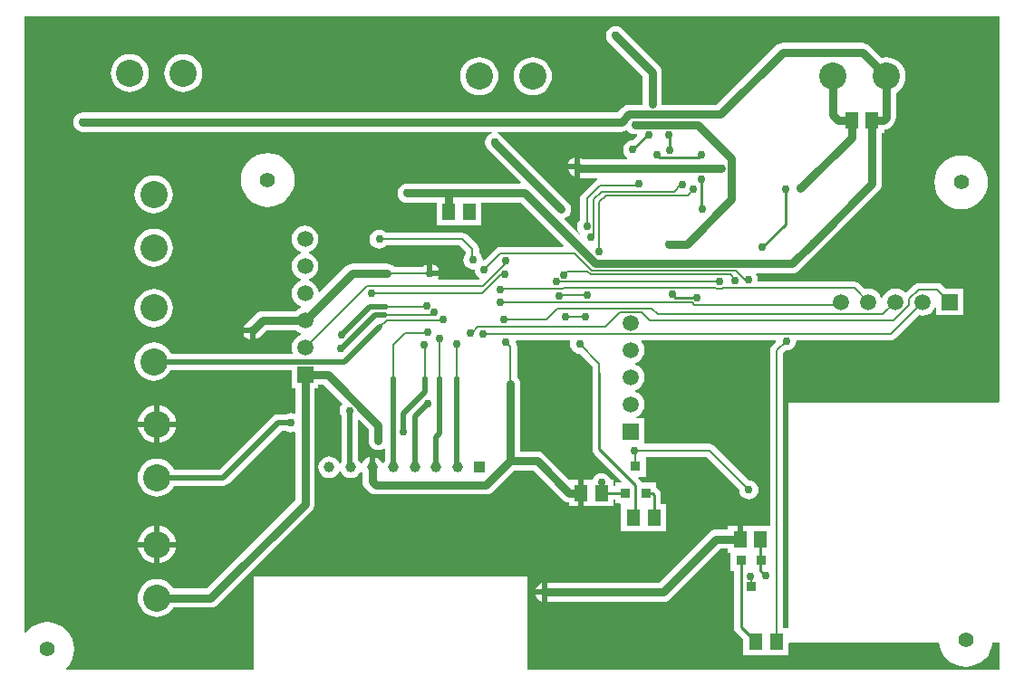
<source format=gbl>
%FSLAX25Y25*%
%MOIN*%
G70*
G01*
G75*
G04 Layer_Physical_Order=2*
G04 Layer_Color=16711680*
%ADD10R,0.05906X0.03937*%
%ADD11R,0.03937X0.05906*%
%ADD12R,0.01181X0.06890*%
%ADD13R,0.06890X0.01181*%
%ADD14R,0.03937X0.05906*%
%ADD15R,0.05906X0.05118*%
%ADD16R,0.05118X0.05906*%
%ADD17R,0.02362X0.05709*%
%ADD18C,0.00700*%
%ADD19C,0.03000*%
%ADD20C,0.02000*%
%ADD21C,0.01000*%
%ADD22C,0.05512*%
%ADD23C,0.10000*%
%ADD24R,0.03937X0.03937*%
%ADD25C,0.03937*%
%ADD26C,0.05906*%
%ADD27R,0.05906X0.05906*%
%ADD28R,0.05906X0.05906*%
%ADD29C,0.03000*%
%ADD30R,0.03543X0.03740*%
%ADD31R,0.03543X0.03740*%
G36*
X224316Y201106D02*
X224517Y200844D01*
X224602Y200733D01*
X225333Y200172D01*
X226184Y199820D01*
X227098Y199699D01*
X227768Y199788D01*
X228001Y199314D01*
X226247Y197560D01*
X225419Y197451D01*
X224568Y197098D01*
X223837Y196537D01*
X223276Y195806D01*
X222923Y194955D01*
X222803Y194041D01*
X222923Y193128D01*
X223276Y192276D01*
X223837Y191545D01*
X224304Y191187D01*
X224134Y190687D01*
X208069D01*
X207667Y190995D01*
X206902Y191312D01*
Y187938D01*
Y183626D01*
X213095D01*
X213153Y183465D01*
X213178Y183126D01*
X212945Y182970D01*
X212478Y182659D01*
X212478Y182659D01*
X207757Y177937D01*
X207237Y177160D01*
X207055Y176243D01*
X207055Y176243D01*
Y168335D01*
X206955Y168258D01*
X206394Y167527D01*
X206041Y166675D01*
X205921Y165762D01*
X206041Y164848D01*
X206394Y163997D01*
X206955Y163265D01*
X207302Y162999D01*
X207285Y162900D01*
X206750Y162728D01*
X201202Y168277D01*
X201319Y168866D01*
X201788Y169061D01*
X202519Y169622D01*
X203081Y170353D01*
X203433Y171204D01*
X203554Y172118D01*
X203433Y173032D01*
X203081Y173883D01*
X202519Y174614D01*
X178625Y198509D01*
X178597Y198576D01*
X178036Y199308D01*
X177305Y199869D01*
X176453Y200221D01*
X176571Y200687D01*
X222139D01*
X223052Y200807D01*
X223904Y201160D01*
X224316Y201106D01*
D02*
G37*
G36*
X361400Y101377D02*
X361046Y101024D01*
X283527Y101024D01*
Y17719D01*
X281672D01*
Y119048D01*
X282700Y120076D01*
X282946Y120044D01*
X283860Y120164D01*
X284712Y120517D01*
X285443Y121078D01*
X286004Y121809D01*
X286356Y122660D01*
X286477Y123574D01*
X286591Y123704D01*
X321100D01*
X321100Y123704D01*
X322017Y123886D01*
X322794Y124406D01*
X331605Y133217D01*
X331707Y133175D01*
X333000Y133005D01*
X334293Y133175D01*
X335498Y133674D01*
X336532Y134468D01*
X337326Y135502D01*
X337547Y136036D01*
X338047Y135936D01*
Y133047D01*
X347953D01*
Y142953D01*
X341436D01*
X340094Y144294D01*
X339317Y144814D01*
X338400Y144996D01*
X338400Y144996D01*
X331500D01*
X331500Y144996D01*
X330583Y144814D01*
X329806Y144294D01*
X329806Y144294D01*
X327012Y141501D01*
X326532Y141532D01*
X325498Y142326D01*
X324293Y142825D01*
X323000Y142996D01*
X321707Y142825D01*
X320502Y142326D01*
X319468Y141532D01*
X318674Y140498D01*
X318271Y139524D01*
X317729D01*
X317326Y140498D01*
X316532Y141532D01*
X315498Y142326D01*
X314293Y142825D01*
X313000Y142996D01*
X311707Y142825D01*
X311605Y142783D01*
X309652Y144737D01*
X308874Y145256D01*
X307957Y145439D01*
X307957Y145439D01*
X272597D01*
X272268Y145815D01*
X272310Y146138D01*
X272190Y147052D01*
X271837Y147903D01*
X271710Y148068D01*
X271932Y148517D01*
X284898D01*
X285812Y148637D01*
X286663Y148990D01*
X287394Y149551D01*
X294923Y157080D01*
X316865Y179021D01*
X317426Y179752D01*
X317779Y180604D01*
X317899Y181518D01*
Y200046D01*
X318928D01*
Y201502D01*
X319589Y201589D01*
X320441Y201942D01*
X321172Y202503D01*
X322094Y203425D01*
X322655Y204156D01*
X323008Y205008D01*
X323128Y205921D01*
X323128Y205921D01*
Y215019D01*
X323506Y215221D01*
X324572Y216096D01*
X325447Y217162D01*
X326097Y218378D01*
X326497Y219697D01*
X326632Y221069D01*
X326497Y222442D01*
X326097Y223761D01*
X325447Y224977D01*
X324572Y226043D01*
X323506Y226918D01*
X322290Y227568D01*
X320970Y227968D01*
X319598Y228103D01*
X318226Y227968D01*
X317816Y227844D01*
X313280Y232380D01*
X312549Y232941D01*
X311697Y233294D01*
X310784Y233414D01*
X281491D01*
X280577Y233294D01*
X279726Y232941D01*
X278994Y232380D01*
X257185Y210570D01*
X237184D01*
X237035Y210740D01*
Y222589D01*
X236915Y223503D01*
X236562Y224354D01*
X236001Y225085D01*
X222514Y238573D01*
X221782Y239134D01*
X220931Y239486D01*
X220017Y239607D01*
X219104Y239486D01*
X218252Y239134D01*
X217521Y238573D01*
X216960Y237842D01*
X216607Y236990D01*
X216487Y236076D01*
X216607Y235163D01*
X216960Y234311D01*
X217521Y233580D01*
X229975Y221127D01*
Y210740D01*
X229826Y210570D01*
X224961D01*
X224048Y210450D01*
X223196Y210097D01*
X222465Y209536D01*
X220676Y207747D01*
X23946D01*
X23033Y207627D01*
X22182Y207275D01*
X21450Y206714D01*
X20889Y205982D01*
X20537Y205131D01*
X20416Y204217D01*
X20537Y203304D01*
X20889Y202452D01*
X21450Y201721D01*
X22182Y201160D01*
X23033Y200807D01*
X23946Y200687D01*
X135160D01*
X135990Y200578D01*
X136821Y200687D01*
X174509D01*
X174626Y200221D01*
X173775Y199869D01*
X173044Y199308D01*
X172483Y198576D01*
X172130Y197725D01*
X172010Y196811D01*
Y196602D01*
X172130Y195688D01*
X172483Y194836D01*
X173044Y194105D01*
X185080Y182069D01*
X184889Y181607D01*
X143348D01*
X142434Y181487D01*
X141583Y181134D01*
X140851Y180573D01*
X140290Y179842D01*
X139938Y178990D01*
X139817Y178077D01*
X139938Y177163D01*
X140290Y176312D01*
X140851Y175581D01*
X141583Y175020D01*
X142434Y174667D01*
X143348Y174547D01*
X154109D01*
Y166321D01*
X170707D01*
Y174547D01*
X184947D01*
X200770Y158723D01*
X200579Y158261D01*
X177695D01*
X177695Y158261D01*
X176778Y158079D01*
X176000Y157559D01*
X171810Y153369D01*
X171685Y153385D01*
X171240Y153327D01*
X171118Y153449D01*
X170998Y154362D01*
X170645Y155214D01*
X170084Y155945D01*
X169784Y156175D01*
Y157424D01*
X169784Y157424D01*
X169602Y158341D01*
X169083Y159118D01*
X169083Y159118D01*
X165392Y162809D01*
X164615Y163328D01*
X163698Y163511D01*
X163698Y163511D01*
X135689D01*
X135612Y163611D01*
X134881Y164172D01*
X134030Y164524D01*
X133116Y164645D01*
X132203Y164524D01*
X131351Y164172D01*
X130620Y163611D01*
X130059Y162880D01*
X129706Y162028D01*
X129586Y161115D01*
X129706Y160201D01*
X130059Y159349D01*
X130620Y158618D01*
X131351Y158057D01*
X132203Y157704D01*
X133116Y157584D01*
X134030Y157704D01*
X134881Y158057D01*
X135612Y158618D01*
X135689Y158718D01*
X162705D01*
X164992Y156431D01*
Y155815D01*
X164531Y155214D01*
X164178Y154362D01*
X164058Y153449D01*
X164178Y152535D01*
X164531Y151683D01*
X165092Y150952D01*
X165823Y150391D01*
X166674Y150039D01*
X167588Y149918D01*
X168033Y149977D01*
X168155Y149855D01*
X168275Y148941D01*
X168628Y148090D01*
X169189Y147359D01*
X169920Y146798D01*
X169998Y146765D01*
X169898Y146265D01*
X154889D01*
X154668Y146714D01*
X154748Y146818D01*
X155065Y147583D01*
X151691D01*
Y148583D01*
X150691D01*
Y151957D01*
X149926Y151640D01*
X149195Y151079D01*
X149118Y150979D01*
X138589D01*
X138512Y151079D01*
X137781Y151640D01*
X136929Y151993D01*
X136016Y152113D01*
X123212D01*
X122299Y151993D01*
X121447Y151640D01*
X120716Y151079D01*
X111186Y141550D01*
X110658Y141729D01*
X110569Y142407D01*
X110070Y143612D01*
X109276Y144647D01*
X108241Y145441D01*
X107268Y145844D01*
Y146385D01*
X108241Y146788D01*
X109276Y147582D01*
X110070Y148617D01*
X110569Y149821D01*
X110739Y151114D01*
X110569Y152407D01*
X110070Y153612D01*
X109276Y154647D01*
X108241Y155441D01*
X107268Y155844D01*
Y156385D01*
X108241Y156788D01*
X109276Y157582D01*
X110070Y158617D01*
X110569Y159821D01*
X110739Y161115D01*
X110569Y162407D01*
X110070Y163612D01*
X109276Y164647D01*
X108241Y165441D01*
X107037Y165940D01*
X105744Y166110D01*
X104451Y165940D01*
X103246Y165441D01*
X102211Y164647D01*
X101417Y163612D01*
X100918Y162407D01*
X100748Y161115D01*
X100918Y159821D01*
X101417Y158617D01*
X102211Y157582D01*
X103246Y156788D01*
X104219Y156385D01*
Y155844D01*
X103246Y155441D01*
X102211Y154647D01*
X101417Y153612D01*
X100918Y152407D01*
X100748Y151114D01*
X100918Y149821D01*
X101417Y148617D01*
X102211Y147582D01*
X103246Y146788D01*
X104219Y146385D01*
Y145844D01*
X103246Y145441D01*
X102211Y144647D01*
X101417Y143612D01*
X100918Y142407D01*
X100748Y141114D01*
X100918Y139822D01*
X101417Y138617D01*
X102211Y137582D01*
X103246Y136788D01*
X104219Y136385D01*
Y135844D01*
X103246Y135441D01*
X102214Y134649D01*
X90130D01*
X89216Y134528D01*
X88365Y134176D01*
X87634Y133615D01*
X83967Y129948D01*
X83406Y129217D01*
X83089Y128452D01*
X86464D01*
Y127452D01*
X87464D01*
Y124078D01*
X88229Y124395D01*
X88960Y124956D01*
X91592Y127588D01*
X102207D01*
X102211Y127582D01*
X103246Y126788D01*
X104219Y126385D01*
Y125844D01*
X103246Y125441D01*
X102211Y124647D01*
X101417Y123612D01*
X100918Y122407D01*
X100748Y121115D01*
X100918Y119822D01*
X101172Y119209D01*
X100894Y118793D01*
X56557D01*
X55953Y119924D01*
X55078Y120990D01*
X54012Y121865D01*
X52796Y122515D01*
X51477Y122915D01*
X50104Y123050D01*
X48732Y122915D01*
X47412Y122515D01*
X46196Y121865D01*
X45131Y120990D01*
X44256Y119924D01*
X43606Y118708D01*
X43205Y117389D01*
X43070Y116017D01*
X43205Y114644D01*
X43606Y113325D01*
X44256Y112109D01*
X45131Y111043D01*
X46196Y110168D01*
X47412Y109518D01*
X48732Y109118D01*
X50104Y108983D01*
X51477Y109118D01*
X52796Y109518D01*
X54012Y110168D01*
X55078Y111043D01*
X55953Y112109D01*
X56291Y112741D01*
X100791D01*
Y106162D01*
X102214D01*
Y97039D01*
X101798Y96761D01*
X101407Y96923D01*
X100494Y97043D01*
X99580Y96923D01*
X98729Y96570D01*
X98688Y96539D01*
X95879D01*
X95879Y96539D01*
X95404Y96476D01*
X95096Y96435D01*
X94971Y96384D01*
X94366Y96133D01*
X93822Y95716D01*
X93739Y95652D01*
Y95652D01*
X93739D01*
X74441Y76354D01*
X57624D01*
X57153Y77236D01*
X56278Y78302D01*
X55212Y79176D01*
X53996Y79826D01*
X52676Y80227D01*
X51304Y80362D01*
X49932Y80227D01*
X48612Y79826D01*
X47396Y79176D01*
X46330Y78302D01*
X45456Y77236D01*
X44806Y76020D01*
X44405Y74700D01*
X44270Y73328D01*
X44405Y71956D01*
X44806Y70636D01*
X45456Y69420D01*
X46330Y68354D01*
X47396Y67479D01*
X48612Y66829D01*
X49932Y66429D01*
X51304Y66294D01*
X52676Y66429D01*
X53996Y66829D01*
X55212Y67479D01*
X56278Y68354D01*
X57153Y69420D01*
X57624Y70302D01*
X75694D01*
X75813Y70318D01*
X76477Y70405D01*
X77207Y70707D01*
X77207Y70707D01*
X77644Y71042D01*
X77834Y71188D01*
Y71188D01*
X77834D01*
X97132Y90487D01*
X98688D01*
X98729Y90455D01*
X99580Y90103D01*
X100494Y89982D01*
X101407Y90103D01*
X101798Y90264D01*
X102214Y89987D01*
Y65146D01*
X69555Y32488D01*
X57354D01*
X57153Y32865D01*
X56278Y33931D01*
X55212Y34806D01*
X53996Y35456D01*
X52676Y35856D01*
X51304Y35991D01*
X49932Y35856D01*
X48612Y35456D01*
X47396Y34806D01*
X46330Y33931D01*
X45456Y32865D01*
X44806Y31649D01*
X44405Y30330D01*
X44270Y28958D01*
X44405Y27585D01*
X44806Y26266D01*
X45456Y25050D01*
X46330Y23984D01*
X47396Y23109D01*
X48612Y22459D01*
X49932Y22059D01*
X51304Y21924D01*
X52676Y22059D01*
X53996Y22459D01*
X55212Y23109D01*
X56278Y23984D01*
X57153Y25050D01*
X57354Y25427D01*
X71017D01*
X71931Y25548D01*
X72783Y25900D01*
X73514Y26461D01*
X108240Y61187D01*
X108801Y61919D01*
X109154Y62770D01*
X109274Y63684D01*
Y106162D01*
X110696D01*
Y107584D01*
X112736D01*
X119637Y100683D01*
X119622Y100458D01*
X119061Y99727D01*
X118709Y98875D01*
X118588Y97962D01*
X118709Y97048D01*
X119061Y96197D01*
X119093Y96156D01*
Y79059D01*
X118894Y78579D01*
X118352D01*
X118152Y79062D01*
X117516Y79891D01*
X116687Y80527D01*
X115722Y80927D01*
X114686Y81063D01*
X113650Y80927D01*
X112685Y80527D01*
X111856Y79891D01*
X111220Y79062D01*
X110820Y78096D01*
X110683Y77061D01*
X110820Y76025D01*
X111220Y75059D01*
X111856Y74230D01*
X112685Y73594D01*
X113650Y73194D01*
X114686Y73058D01*
X115722Y73194D01*
X116687Y73594D01*
X117516Y74230D01*
X118152Y75059D01*
X118352Y75542D01*
X118894D01*
X119094Y75059D01*
X119730Y74230D01*
X120559Y73594D01*
X121524Y73194D01*
X122560Y73058D01*
X123596Y73194D01*
X124562Y73594D01*
X125391Y74230D01*
X126027Y75059D01*
X126129Y75306D01*
X126689Y75361D01*
X126904Y75098D01*
Y71914D01*
X127024Y71001D01*
X127377Y70149D01*
X127938Y69418D01*
X129250Y68106D01*
X129981Y67545D01*
X130833Y67192D01*
X131746Y67072D01*
X172393D01*
X173306Y67192D01*
X174158Y67545D01*
X174889Y68106D01*
X182632Y75849D01*
X189770D01*
X200452Y65166D01*
X201183Y64605D01*
X202035Y64253D01*
X202773Y64155D01*
Y62710D01*
X206332D01*
Y67663D01*
Y72615D01*
X202988D01*
X193728Y81875D01*
X192997Y82436D01*
X192146Y82789D01*
X191232Y82909D01*
X184935D01*
Y107741D01*
X184815Y108654D01*
X184462Y109506D01*
X183901Y110237D01*
X183801Y110314D01*
Y121612D01*
X183618Y122529D01*
X183410Y122840D01*
X183214Y123134D01*
X183237Y123310D01*
X183235Y123328D01*
X183564Y123704D01*
X203079D01*
X203388Y123204D01*
X203287Y122435D01*
X203407Y121521D01*
X203760Y120670D01*
X204321Y119939D01*
X205052Y119378D01*
X205904Y119025D01*
X206817Y118905D01*
X206943Y118921D01*
X211604Y114260D01*
Y112682D01*
X211451Y111913D01*
Y83797D01*
X211645Y82821D01*
X212197Y81994D01*
X222233Y71959D01*
X222042Y71497D01*
X219877D01*
Y70176D01*
X219372D01*
Y72615D01*
X218126D01*
X217870Y73233D01*
X217309Y73965D01*
X216578Y74525D01*
X215726Y74878D01*
X214813Y74998D01*
X213899Y74878D01*
X213048Y74525D01*
X212317Y73965D01*
X211756Y73233D01*
X211500Y72615D01*
X208332D01*
Y67663D01*
Y62710D01*
X219372D01*
Y65078D01*
X219877D01*
Y63757D01*
X221692D01*
X222043Y63402D01*
Y53497D01*
X238641D01*
Y63402D01*
X236631D01*
Y66972D01*
X236437Y67947D01*
X235884Y68774D01*
X235229Y69429D01*
X234900Y69649D01*
Y71497D01*
X229630D01*
X229079Y72323D01*
X228264Y73137D01*
X228455Y73599D01*
X231160D01*
Y80941D01*
X253469D01*
X265501Y68909D01*
X265485Y68784D01*
X265605Y67870D01*
X265958Y67019D01*
X266519Y66288D01*
X267250Y65727D01*
X268101Y65374D01*
X269015Y65254D01*
X269929Y65374D01*
X270780Y65727D01*
X271511Y66288D01*
X272072Y67019D01*
X272425Y67870D01*
X272545Y68784D01*
X272425Y69698D01*
X272072Y70549D01*
X271511Y71280D01*
X270780Y71841D01*
X269929Y72194D01*
X269015Y72314D01*
X268890Y72298D01*
X256156Y85031D01*
X255379Y85551D01*
X254462Y85733D01*
X254462Y85733D01*
X230551D01*
Y95154D01*
X227662D01*
X227563Y95654D01*
X228096Y95875D01*
X229131Y96668D01*
X229925Y97703D01*
X230424Y98908D01*
X230594Y100201D01*
X230424Y101494D01*
X229925Y102699D01*
X229131Y103733D01*
X228096Y104527D01*
X227123Y104930D01*
Y105472D01*
X228096Y105875D01*
X229131Y106668D01*
X229925Y107703D01*
X230424Y108908D01*
X230594Y110201D01*
X230424Y111494D01*
X229925Y112699D01*
X229131Y113733D01*
X228096Y114527D01*
X227123Y114930D01*
Y115471D01*
X228096Y115875D01*
X229131Y116668D01*
X229925Y117703D01*
X230424Y118908D01*
X230594Y120201D01*
X230424Y121494D01*
X229925Y122699D01*
X229497Y123256D01*
X229718Y123704D01*
X278844D01*
X279051Y123204D01*
X277582Y121734D01*
X277062Y120957D01*
X276880Y120040D01*
X276880Y120040D01*
Y55593D01*
X266909D01*
Y50640D01*
X264909D01*
Y55593D01*
X261350D01*
Y54170D01*
X257042D01*
X256128Y54050D01*
X255276Y53697D01*
X254545Y53136D01*
X235979Y34570D01*
X194955D01*
Y31040D01*
Y27509D01*
X237441D01*
X238355Y27630D01*
X239206Y27983D01*
X239937Y28543D01*
X258504Y47110D01*
X261350D01*
Y45687D01*
X262305D01*
Y39011D01*
X263528D01*
Y18307D01*
X263722Y17332D01*
X264275Y16505D01*
X267059Y13721D01*
Y7813D01*
X283657D01*
Y12238D01*
X284011Y12591D01*
X339010Y12591D01*
X339107Y11605D01*
X339672Y9743D01*
X340589Y8028D01*
X341823Y6524D01*
X343326Y5291D01*
X345042Y4374D01*
X346903Y3809D01*
X348838Y3618D01*
X350774Y3809D01*
X352635Y4374D01*
X354351Y5291D01*
X355854Y6524D01*
X357088Y8028D01*
X358005Y9743D01*
X358570Y11605D01*
X358667Y12591D01*
X361400D01*
Y2549D01*
X187682D01*
Y36916D01*
X86789D01*
Y2549D01*
X17948D01*
X17780Y3020D01*
X17933Y3145D01*
X19166Y4649D01*
X20083Y6364D01*
X20648Y8225D01*
X20839Y10161D01*
X20648Y12097D01*
X20083Y13958D01*
X19166Y15673D01*
X17933Y17177D01*
X16429Y18411D01*
X14714Y19328D01*
X12852Y19892D01*
X10917Y20083D01*
X8981Y19892D01*
X7120Y19328D01*
X5404Y18411D01*
X3901Y17177D01*
X3049Y16139D01*
X2549Y16318D01*
Y243235D01*
X361400D01*
Y101377D01*
D02*
G37*
G36*
X129156Y91164D02*
Y86915D01*
X129276Y86002D01*
X129629Y85150D01*
X130190Y84419D01*
X130921Y83858D01*
X131772Y83505D01*
X132686Y83385D01*
X133600Y83505D01*
X134451Y83858D01*
X134782Y84112D01*
X135282Y83866D01*
Y79636D01*
X134842Y79062D01*
X134642Y78579D01*
X134101D01*
X133901Y79062D01*
X133265Y79891D01*
X132436Y80527D01*
X131470Y80927D01*
X131434Y80932D01*
Y77061D01*
X129434D01*
Y80932D01*
X129398Y80927D01*
X128433Y80527D01*
X127604Y79891D01*
X126968Y79062D01*
X126768Y78579D01*
X126227D01*
X126027Y79062D01*
X125391Y79891D01*
X125144Y80080D01*
Y94523D01*
X125606Y94714D01*
X129156Y91164D01*
D02*
G37*
%LPC*%
G36*
X50304Y92013D02*
X44369D01*
X44405Y91641D01*
X44806Y90321D01*
X45456Y89105D01*
X46330Y88039D01*
X47396Y87164D01*
X48612Y86514D01*
X49932Y86114D01*
X50304Y86077D01*
Y92013D01*
D02*
G37*
G36*
X61011Y229303D02*
X59639Y229168D01*
X58319Y228768D01*
X57103Y228118D01*
X56037Y227243D01*
X55162Y226177D01*
X54512Y224961D01*
X54112Y223642D01*
X53977Y222269D01*
X54112Y220897D01*
X54512Y219578D01*
X55162Y218362D01*
X56037Y217296D01*
X57103Y216421D01*
X58319Y215771D01*
X59639Y215371D01*
X61011Y215235D01*
X62383Y215371D01*
X63702Y215771D01*
X64919Y216421D01*
X65984Y217296D01*
X66859Y218362D01*
X67509Y219578D01*
X67909Y220897D01*
X68045Y222269D01*
X67909Y223642D01*
X67509Y224961D01*
X66859Y226177D01*
X65984Y227243D01*
X64919Y228118D01*
X63702Y228768D01*
X62383Y229168D01*
X61011Y229303D01*
D02*
G37*
G36*
X58240Y92013D02*
X52304D01*
Y86077D01*
X52676Y86114D01*
X53996Y86514D01*
X55212Y87164D01*
X56278Y88039D01*
X57153Y89105D01*
X57803Y90321D01*
X58203Y91641D01*
X58240Y92013D01*
D02*
G37*
G36*
X52304Y99948D02*
Y94013D01*
X58240D01*
X58203Y94385D01*
X57803Y95705D01*
X57153Y96921D01*
X56278Y97987D01*
X55212Y98861D01*
X53996Y99511D01*
X52676Y99912D01*
X52304Y99948D01*
D02*
G37*
G36*
X50304D02*
X49932Y99912D01*
X48612Y99511D01*
X47396Y98861D01*
X46330Y97987D01*
X45456Y96921D01*
X44806Y95705D01*
X44405Y94385D01*
X44369Y94013D01*
X50304D01*
Y99948D01*
D02*
G37*
G36*
X52304Y55578D02*
Y49643D01*
X58240D01*
X58203Y50015D01*
X57803Y51334D01*
X57153Y52550D01*
X56278Y53616D01*
X55212Y54491D01*
X53996Y55141D01*
X52676Y55541D01*
X52304Y55578D01*
D02*
G37*
G36*
X192955Y34414D02*
X192190Y34097D01*
X191459Y33536D01*
X190898Y32805D01*
X190581Y32040D01*
X192955D01*
Y34414D01*
D02*
G37*
G36*
Y30040D02*
X190581D01*
X190898Y29275D01*
X191459Y28543D01*
X192190Y27983D01*
X192955Y27665D01*
Y30040D01*
D02*
G37*
G36*
X50304Y47642D02*
X44369D01*
X44405Y47270D01*
X44806Y45951D01*
X45456Y44735D01*
X46330Y43669D01*
X47396Y42794D01*
X48612Y42144D01*
X49932Y41744D01*
X50304Y41707D01*
Y47642D01*
D02*
G37*
G36*
Y55578D02*
X49932Y55541D01*
X48612Y55141D01*
X47396Y54491D01*
X46330Y53616D01*
X45456Y52550D01*
X44806Y51334D01*
X44405Y50015D01*
X44369Y49643D01*
X50304D01*
Y55578D01*
D02*
G37*
G36*
X58240Y47642D02*
X52304D01*
Y41707D01*
X52676Y41744D01*
X53996Y42144D01*
X55212Y42794D01*
X56278Y43669D01*
X57153Y44735D01*
X57803Y45951D01*
X58203Y47270D01*
X58240Y47642D01*
D02*
G37*
G36*
X85464Y126452D02*
X83089D01*
X83406Y125687D01*
X83967Y124956D01*
X84698Y124395D01*
X85464Y124078D01*
Y126452D01*
D02*
G37*
G36*
X204902Y186938D02*
X202528D01*
X202845Y186172D01*
X203406Y185441D01*
X204187Y184660D01*
X204902Y184111D01*
Y186938D01*
D02*
G37*
G36*
X92018Y192845D02*
X90082Y192655D01*
X88221Y192090D01*
X86506Y191173D01*
X85002Y189939D01*
X83768Y188436D01*
X82851Y186720D01*
X82287Y184859D01*
X82096Y182923D01*
X82287Y180988D01*
X82851Y179127D01*
X83768Y177411D01*
X85002Y175908D01*
X86506Y174674D01*
X88221Y173757D01*
X90082Y173192D01*
X92018Y173002D01*
X93954Y173192D01*
X95815Y173757D01*
X97530Y174674D01*
X99034Y175908D01*
X100268Y177411D01*
X101184Y179127D01*
X101749Y180988D01*
X101940Y182923D01*
X101749Y184859D01*
X101184Y186720D01*
X100268Y188436D01*
X99034Y189939D01*
X97530Y191173D01*
X95815Y192090D01*
X93954Y192655D01*
X92018Y192845D01*
D02*
G37*
G36*
X204902Y191312D02*
X204137Y190995D01*
X203406Y190434D01*
X202845Y189703D01*
X202528Y188938D01*
X204902D01*
Y191312D01*
D02*
G37*
G36*
X169846Y228103D02*
X168474Y227968D01*
X167154Y227568D01*
X165938Y226918D01*
X164872Y226043D01*
X163997Y224977D01*
X163347Y223761D01*
X162947Y222442D01*
X162812Y221069D01*
X162947Y219697D01*
X163347Y218378D01*
X163997Y217162D01*
X164872Y216096D01*
X165938Y215221D01*
X167154Y214571D01*
X168474Y214171D01*
X169846Y214036D01*
X171218Y214171D01*
X172538Y214571D01*
X173754Y215221D01*
X174820Y216096D01*
X175694Y217162D01*
X176344Y218378D01*
X176745Y219697D01*
X176880Y221069D01*
X176745Y222442D01*
X176344Y223761D01*
X175694Y224977D01*
X174820Y226043D01*
X173754Y226918D01*
X172538Y227568D01*
X171218Y227968D01*
X169846Y228103D01*
D02*
G37*
G36*
X189531D02*
X188159Y227968D01*
X186839Y227568D01*
X185623Y226918D01*
X184557Y226043D01*
X183683Y224977D01*
X183033Y223761D01*
X182632Y222442D01*
X182497Y221069D01*
X182632Y219697D01*
X183033Y218378D01*
X183683Y217162D01*
X184557Y216096D01*
X185623Y215221D01*
X186839Y214571D01*
X188159Y214171D01*
X189531Y214036D01*
X190903Y214171D01*
X192223Y214571D01*
X193439Y215221D01*
X194505Y216096D01*
X195379Y217162D01*
X196029Y218378D01*
X196430Y219697D01*
X196565Y221069D01*
X196430Y222442D01*
X196029Y223761D01*
X195379Y224977D01*
X194505Y226043D01*
X193439Y226918D01*
X192223Y227568D01*
X190903Y227968D01*
X189531Y228103D01*
D02*
G37*
G36*
X347149Y192000D02*
X345213Y191810D01*
X343352Y191245D01*
X341637Y190328D01*
X340133Y189094D01*
X338899Y187591D01*
X337982Y185876D01*
X337418Y184014D01*
X337227Y182079D01*
X337418Y180143D01*
X337982Y178282D01*
X338899Y176567D01*
X340133Y175063D01*
X341637Y173829D01*
X343352Y172912D01*
X345213Y172348D01*
X347149Y172157D01*
X349084Y172348D01*
X350946Y172912D01*
X352661Y173829D01*
X354165Y175063D01*
X355399Y176567D01*
X356315Y178282D01*
X356880Y180143D01*
X357071Y182079D01*
X356880Y184014D01*
X356315Y185876D01*
X355399Y187591D01*
X354165Y189094D01*
X352661Y190328D01*
X350946Y191245D01*
X349084Y191810D01*
X347149Y192000D01*
D02*
G37*
G36*
X41326Y229303D02*
X39953Y229168D01*
X38634Y228768D01*
X37418Y228118D01*
X36352Y227243D01*
X35477Y226177D01*
X34827Y224961D01*
X34427Y223642D01*
X34292Y222269D01*
X34427Y220897D01*
X34827Y219578D01*
X35477Y218362D01*
X36352Y217296D01*
X37418Y216421D01*
X38634Y215771D01*
X39953Y215371D01*
X41326Y215235D01*
X42698Y215371D01*
X44017Y215771D01*
X45234Y216421D01*
X46299Y217296D01*
X47174Y218362D01*
X47824Y219578D01*
X48224Y220897D01*
X48360Y222269D01*
X48224Y223642D01*
X47824Y224961D01*
X47174Y226177D01*
X46299Y227243D01*
X45234Y228118D01*
X44017Y228768D01*
X42698Y229168D01*
X41326Y229303D01*
D02*
G37*
G36*
X50104Y142736D02*
X48732Y142600D01*
X47412Y142200D01*
X46196Y141550D01*
X45131Y140675D01*
X44256Y139610D01*
X43606Y138393D01*
X43205Y137074D01*
X43070Y135702D01*
X43205Y134329D01*
X43606Y133010D01*
X44256Y131794D01*
X45131Y130728D01*
X46196Y129853D01*
X47412Y129203D01*
X48732Y128803D01*
X50104Y128668D01*
X51477Y128803D01*
X52796Y129203D01*
X54012Y129853D01*
X55078Y130728D01*
X55953Y131794D01*
X56603Y133010D01*
X57003Y134329D01*
X57138Y135702D01*
X57003Y137074D01*
X56603Y138393D01*
X55953Y139610D01*
X55078Y140675D01*
X54012Y141550D01*
X52796Y142200D01*
X51477Y142600D01*
X50104Y142736D01*
D02*
G37*
G36*
X152691Y151957D02*
Y149583D01*
X155065D01*
X154748Y150348D01*
X154187Y151079D01*
X153456Y151640D01*
X152691Y151957D01*
D02*
G37*
G36*
X50104Y184669D02*
X48732Y184533D01*
X47412Y184133D01*
X46196Y183483D01*
X45131Y182608D01*
X44256Y181543D01*
X43606Y180326D01*
X43205Y179007D01*
X43070Y177635D01*
X43205Y176262D01*
X43606Y174943D01*
X44256Y173727D01*
X45131Y172661D01*
X46196Y171786D01*
X47412Y171136D01*
X48732Y170736D01*
X50104Y170601D01*
X51477Y170736D01*
X52796Y171136D01*
X54012Y171786D01*
X55078Y172661D01*
X55953Y173727D01*
X56603Y174943D01*
X57003Y176262D01*
X57138Y177635D01*
X57003Y179007D01*
X56603Y180326D01*
X55953Y181543D01*
X55078Y182608D01*
X54012Y183483D01*
X52796Y184133D01*
X51477Y184533D01*
X50104Y184669D01*
D02*
G37*
G36*
Y164983D02*
X48732Y164848D01*
X47412Y164448D01*
X46196Y163798D01*
X45131Y162923D01*
X44256Y161857D01*
X43606Y160641D01*
X43205Y159322D01*
X43070Y157949D01*
X43205Y156577D01*
X43606Y155258D01*
X44256Y154042D01*
X45131Y152976D01*
X46196Y152101D01*
X47412Y151451D01*
X48732Y151051D01*
X50104Y150916D01*
X51477Y151051D01*
X52796Y151451D01*
X54012Y152101D01*
X55078Y152976D01*
X55953Y154042D01*
X56603Y155258D01*
X57003Y156577D01*
X57138Y157949D01*
X57003Y159322D01*
X56603Y160641D01*
X55953Y161857D01*
X55078Y162923D01*
X54012Y163798D01*
X52796Y164448D01*
X51477Y164848D01*
X50104Y164983D01*
D02*
G37*
%LPD*%
D16*
X207332Y67663D02*
D03*
X214813D02*
D03*
X226602Y58449D02*
D03*
X234082D02*
D03*
X271618Y12766D02*
D03*
X279098D02*
D03*
X273389Y50640D02*
D03*
X265909D02*
D03*
X314369Y204999D02*
D03*
X306889D02*
D03*
X158668Y171274D02*
D03*
X166148D02*
D03*
D18*
X180900Y131600D02*
X194500D01*
X179186Y131575D02*
X180900D01*
X179049Y131438D02*
X179186Y131575D01*
X167198Y126593D02*
X169405Y128800D01*
X166694Y126593D02*
X167198D01*
X171231Y126078D02*
X171797D01*
X171231Y126078D02*
X171231Y126078D01*
X169405Y128800D02*
X216196D01*
X136016Y148583D02*
X151691D01*
X171685Y149855D02*
X177695Y155865D01*
X282810Y123574D02*
X282946D01*
X279276Y120040D02*
X282810Y123574D01*
X264024Y145843D02*
Y146320D01*
X235700Y133400D02*
X318400D01*
X323000Y138000D01*
X232704Y131100D02*
X322300D01*
X229600Y134204D02*
X232704Y131100D01*
X322300D02*
X328000Y136800D01*
X180900Y131575D02*
Y131600D01*
X216196Y128800D02*
X221600Y134204D01*
X229600D01*
X328000Y136800D02*
Y139100D01*
X331500Y142600D01*
X338400D01*
X343000Y138000D01*
X150233Y136349D02*
X150445Y136562D01*
X181405Y107741D02*
Y121612D01*
X179707Y123310D02*
X181405Y121612D01*
X149697Y122269D02*
X149806Y122159D01*
Y109952D02*
Y122159D01*
X155133Y109952D02*
Y124401D01*
X138308Y109952D02*
Y122354D01*
X150713Y126593D02*
X150827Y126708D01*
X142547Y126593D02*
X150713D01*
X138308Y122354D02*
X142547Y126593D01*
X161627Y109952D02*
Y122446D01*
X133349Y128716D02*
X135834Y131201D01*
X156257D01*
X156601Y131545D01*
X152546Y133251D02*
X153332Y134037D01*
X135148Y133251D02*
X152546D01*
X135511Y136349D02*
X150233D01*
X171017Y141320D02*
X178003Y148306D01*
X130326Y141320D02*
X171017D01*
X128499Y143869D02*
X171168D01*
X179435Y152137D01*
X105744Y121115D02*
X128499Y143869D01*
X179435Y152137D02*
Y153315D01*
X178003Y148306D02*
X179400D01*
X167388Y153648D02*
X167588Y153449D01*
X167388Y153648D02*
Y157424D01*
X163698Y161115D02*
X167388Y157424D01*
X133116Y161115D02*
X163698D01*
X214813Y67663D02*
X214849Y67627D01*
X227389Y77469D02*
Y82850D01*
X226902Y83337D02*
X227389Y82850D01*
X269817Y33038D02*
Y36752D01*
X269723Y36846D02*
X269817Y36752D01*
X254462Y83337D02*
X269015Y68784D01*
X226902Y83337D02*
X254462D01*
X307957Y143043D02*
X313000Y138000D01*
X228130Y180964D02*
X228649Y181483D01*
X267496Y146138D02*
X268780D01*
X259242Y143043D02*
X307957D01*
X257961Y145367D02*
X258140Y145547D01*
X233408Y135692D02*
X235700Y133400D01*
X194500Y131600D02*
X198592Y135692D01*
X233408D01*
X177700Y142600D02*
X177975Y142875D01*
X200411D01*
X199355Y140325D02*
X199522Y140493D01*
X198179Y145453D02*
X206655D01*
Y145367D02*
X257961D01*
X206817Y122435D02*
X214000Y115253D01*
Y111913D02*
Y115253D01*
X177684Y137775D02*
Y138025D01*
X257084Y142997D02*
X259196D01*
X259242Y143043D01*
X201708Y132550D02*
X208882D01*
X199522Y140493D02*
X209495D01*
X214173Y180964D02*
X228130D01*
X212001Y162899D02*
Y175738D01*
X214945Y178682D01*
X243820Y181067D02*
X244484D01*
X214945Y178682D02*
X241435D01*
X243820Y181067D01*
X248110Y137775D02*
X248893Y136992D01*
X301992D01*
X303000Y138000D01*
X177684Y137775D02*
X248110D01*
X200897Y143361D02*
X256719D01*
X200411Y142875D02*
X200897Y143361D01*
X256719D02*
X257084Y142997D01*
X216609Y177282D02*
X246445D01*
X248556Y179394D01*
X177695Y155865D02*
X205015D01*
X264137Y149497D02*
X267496Y146138D01*
X262248Y148097D02*
X264024Y146320D01*
X200860Y148004D02*
X202119Y149263D01*
X209636D01*
X214042Y156666D02*
Y174716D01*
X216609Y177282D01*
X279276Y12656D02*
Y120040D01*
X209636Y149263D02*
X210803Y148097D01*
X205015Y155865D02*
X211383Y149497D01*
X210803Y148097D02*
X262248D01*
X211383Y149497D02*
X264137D01*
X211058Y161956D02*
X212001Y162899D01*
X209451Y176243D02*
X214173Y180964D01*
X209451Y165762D02*
Y176243D01*
X171797Y126078D02*
Y126100D01*
X321100D02*
X333000Y138000D01*
X171797Y126100D02*
X281866D01*
X281890Y126124D01*
X284003D01*
X284027Y126100D01*
X321100D01*
X166152Y171274D02*
X166179Y171247D01*
D19*
X123212Y148583D02*
X136016D01*
X105744Y131114D02*
X123212Y148583D01*
X105740Y131118D02*
X105744Y131114D01*
X90130Y131118D02*
X105740D01*
X86464Y127452D02*
X90130Y131118D01*
X132686Y86915D02*
Y92627D01*
X114198Y111115D02*
X132686Y92627D01*
X105744Y111115D02*
X114198D01*
X181405Y79614D02*
Y107741D01*
X131746Y70602D02*
X172393D01*
X130434Y71914D02*
X131746Y70602D01*
X130434Y71914D02*
Y77061D01*
X105744Y63684D02*
Y111115D01*
X71017Y28958D02*
X105744Y63684D01*
X51304Y28958D02*
X71017D01*
X172393Y70602D02*
X181405Y79614D01*
X172393Y70602D02*
X181240Y79450D01*
X181311Y79379D02*
X191232D01*
X202948Y67663D01*
X207332D01*
X205902Y187938D02*
X206683Y187156D01*
X258827D01*
X186383Y178077D02*
X186409D01*
X314369Y204999D02*
X318676D01*
X319598Y205921D01*
Y221069D01*
X292427Y159576D02*
X314369Y181518D01*
Y204999D01*
X284898Y152047D02*
X292427Y159576D01*
X301796Y204999D02*
X306889D01*
X299913Y206882D02*
X301796Y204999D01*
X299913Y206882D02*
Y221069D01*
X310784Y229884D02*
X319598Y221069D01*
X23946Y204217D02*
X94748D01*
X257042Y50640D02*
X265909D01*
X193955Y31040D02*
X237441D01*
X257042Y50640D01*
X220017Y236076D02*
X233505Y222589D01*
Y210740D02*
Y222589D01*
X222139Y204217D02*
X224961Y207040D01*
X258647D02*
X281491Y229884D01*
X224961Y207040D02*
X258647D01*
X281491Y229884D02*
X310784D01*
X212439Y152047D02*
X284898D01*
X239732Y159352D02*
X246107D01*
X262527Y175772D01*
X227098Y203230D02*
X227208Y203340D01*
X250077D01*
X262527Y190890D01*
Y175772D02*
Y190890D01*
X186409Y178077D02*
X212439Y152047D01*
X94748Y204217D02*
X222139D01*
X175540Y196602D02*
X200023Y172118D01*
X175540Y196602D02*
Y196811D01*
X288021Y179729D02*
X306889Y198596D01*
Y204999D01*
X158668Y171274D02*
Y178038D01*
X158629Y178077D02*
X158668Y178038D01*
X143348Y178077D02*
X158629D01*
X186383D01*
D20*
X149806Y104815D02*
Y109952D01*
X141988Y96997D02*
X149806Y104815D01*
X155133Y89397D02*
Y109952D01*
X141988Y90115D02*
Y96997D01*
X138308Y77061D02*
Y109952D01*
X146182Y96017D02*
X150771Y100605D01*
X146182Y77061D02*
Y96017D01*
X122118Y77502D02*
X122560Y77061D01*
X122118Y77502D02*
Y97962D01*
X150771Y100605D02*
X151037D01*
X154056Y88320D02*
X155133Y89397D01*
X161627Y77364D02*
Y109952D01*
X154056Y77061D02*
Y88320D01*
X161627Y77364D02*
X161930Y77061D01*
X50104Y116017D02*
X50354Y115767D01*
X120400D01*
X133349Y128716D01*
X131440Y133251D02*
X135148D01*
X119085Y120897D02*
X131440Y133251D01*
X118878Y120897D02*
X119085D01*
X129522Y136349D02*
X135511D01*
X119157Y125984D02*
X129522Y136349D01*
X95879Y93513D02*
X100494D01*
X75694Y73328D02*
X95879Y93513D01*
X51304Y73328D02*
X75694D01*
D21*
X214849Y67627D02*
X223648D01*
X214813Y67663D02*
Y71468D01*
X231129Y67627D02*
X231249Y67507D01*
X231129Y67627D02*
X233427D01*
X234082Y66972D01*
Y58449D02*
Y66972D01*
X227276Y58449D02*
Y70521D01*
X214000Y83797D02*
X227276Y70521D01*
X273389Y38936D02*
Y50640D01*
Y38936D02*
X275125Y37200D01*
X275321D01*
X266077Y18307D02*
X271618Y12766D01*
X266077Y18307D02*
Y42881D01*
X273928Y158134D02*
X282474Y166680D01*
Y179610D01*
X214000Y83797D02*
Y111913D01*
X242042Y139542D02*
X249949D01*
X240773Y140811D02*
X242042Y139542D01*
X251511Y172634D02*
X251804Y172342D01*
X251676Y172799D02*
Y183049D01*
X251511Y172634D02*
X251676Y172799D01*
X186363Y178056D02*
X186383Y178077D01*
X250628Y191177D02*
X251511Y192060D01*
X236286Y191177D02*
X250628D01*
X235209Y192255D02*
X236286Y191177D01*
X226333Y194041D02*
X231932Y199640D01*
X232196D01*
X239930Y193877D02*
Y199050D01*
X239590Y199390D02*
X239930Y199050D01*
X244964Y151935D02*
X245026Y151997D01*
Y152064D01*
D22*
X92018Y182923D02*
D03*
X10917Y10161D02*
D03*
X348838Y13540D02*
D03*
X347149Y182079D02*
D03*
D23*
X50104Y157949D02*
D03*
Y177635D02*
D03*
Y116017D02*
D03*
Y135702D02*
D03*
X51304Y93013D02*
D03*
Y73328D02*
D03*
Y48643D02*
D03*
Y28958D02*
D03*
X41326Y222269D02*
D03*
X61011D02*
D03*
X189531Y221069D02*
D03*
X169846D02*
D03*
X319598D02*
D03*
X299913D02*
D03*
D24*
X169804Y77061D02*
D03*
D25*
X161930D02*
D03*
X154056D02*
D03*
X146182D02*
D03*
X138308D02*
D03*
X130434D02*
D03*
X122560D02*
D03*
X114686D02*
D03*
D26*
X105744Y161115D02*
D03*
Y151114D02*
D03*
Y141114D02*
D03*
Y131114D02*
D03*
Y121115D02*
D03*
X303000Y138000D02*
D03*
X313000D02*
D03*
X323000D02*
D03*
X333000D02*
D03*
X225599Y130201D02*
D03*
Y120201D02*
D03*
Y110201D02*
D03*
Y100201D02*
D03*
D27*
X105744Y111115D02*
D03*
X225599Y90201D02*
D03*
D28*
X343000Y138000D02*
D03*
D29*
X179049Y131438D02*
D03*
X166694Y126593D02*
D03*
X171231Y126078D02*
D03*
X151691Y148583D02*
D03*
X86464Y127452D02*
D03*
X132686Y86915D02*
D03*
X171685Y149855D02*
D03*
X282946Y123574D02*
D03*
X279276Y12656D02*
D03*
X264024Y145843D02*
D03*
X181311Y79379D02*
D03*
X179707Y123310D02*
D03*
X149697Y122269D02*
D03*
X155133Y124401D02*
D03*
X141988Y90115D02*
D03*
X122118Y97962D02*
D03*
X150827Y126708D02*
D03*
X151037Y100605D02*
D03*
X161627Y122446D02*
D03*
X118878Y120897D02*
D03*
X119157Y125984D02*
D03*
X156601Y131545D02*
D03*
X153332Y134037D02*
D03*
X100494Y93513D02*
D03*
X150445Y136562D02*
D03*
X130326Y141320D02*
D03*
X179435Y153315D02*
D03*
X179400Y148306D02*
D03*
X167588Y153449D02*
D03*
X133116Y161115D02*
D03*
X214813Y71468D02*
D03*
X226902Y83337D02*
D03*
X177684Y138025D02*
D03*
X177700Y142600D02*
D03*
X275321Y37200D02*
D03*
X269723Y36846D02*
D03*
X269015Y68784D02*
D03*
X228649Y181483D02*
D03*
X244484Y181067D02*
D03*
X205902Y187938D02*
D03*
X273928Y158134D02*
D03*
X282474Y179610D02*
D03*
X268780Y146138D02*
D03*
X258140Y145547D02*
D03*
X201708Y132550D02*
D03*
X199355Y140325D02*
D03*
X198179Y145453D02*
D03*
X200860Y148004D02*
D03*
X206817Y122435D02*
D03*
X208882Y132550D02*
D03*
X209495Y140493D02*
D03*
X249949Y139542D02*
D03*
X240773Y140811D02*
D03*
X258827Y187156D02*
D03*
X251804Y172342D02*
D03*
X251676Y183049D02*
D03*
X251511Y192060D02*
D03*
X235209Y192255D02*
D03*
X248556Y179394D02*
D03*
X143348Y178077D02*
D03*
X292427Y159576D02*
D03*
X214042Y156666D02*
D03*
X186363Y178056D02*
D03*
X288021Y179729D02*
D03*
X23946Y204217D02*
D03*
X222139D02*
D03*
X135990Y204108D02*
D03*
X94748Y204217D02*
D03*
X193955Y31040D02*
D03*
X239930Y193877D02*
D03*
X220017Y236076D02*
D03*
X226333Y194041D02*
D03*
X232196Y199640D02*
D03*
X239590Y199390D02*
D03*
X233505Y210740D02*
D03*
X239732Y159352D02*
D03*
X245026Y152064D02*
D03*
X227098Y203230D02*
D03*
X211058Y161956D02*
D03*
X209451Y165762D02*
D03*
X200023Y172118D02*
D03*
X175540Y196811D02*
D03*
X166179Y171247D02*
D03*
D30*
X227389Y77469D02*
D03*
X231129Y67627D02*
D03*
X269817Y33038D02*
D03*
X266077Y42881D02*
D03*
D31*
X223648Y67627D02*
D03*
X273557Y42881D02*
D03*
M02*

</source>
